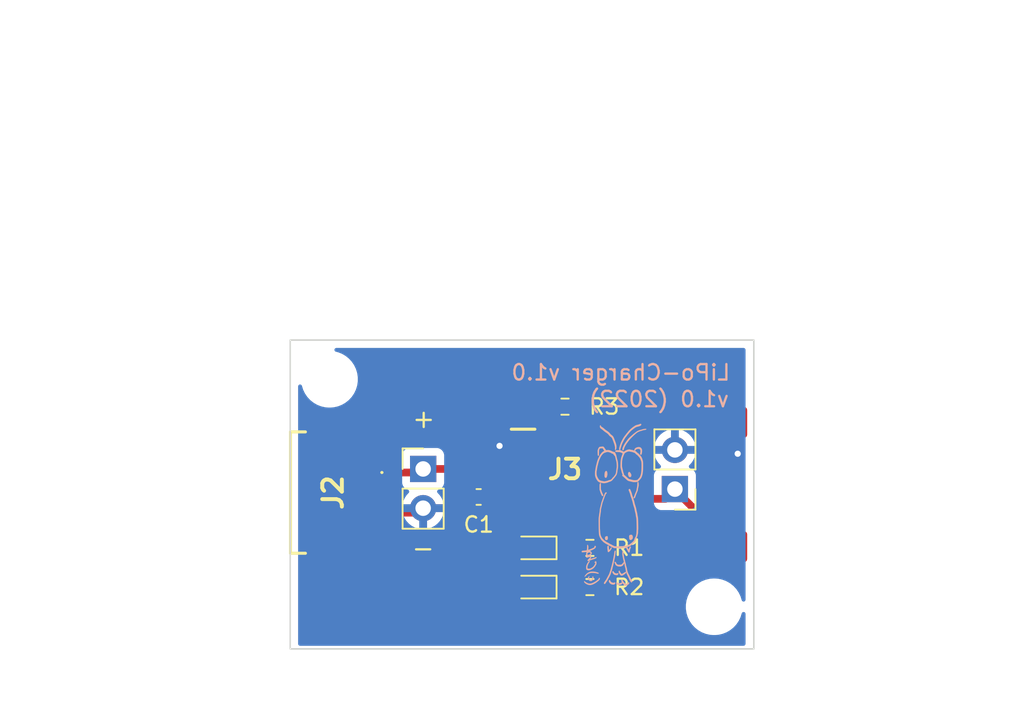
<source format=kicad_pcb>
(kicad_pcb (version 20221018) (generator pcbnew)
  (layers (0 "F.Cu" signal) (31 "B.Cu" signal) (34 "B.Paste" user) (35 "F.Paste" user) (36 "B.SilkS" user "B.Silkscreen") (37 "F.SilkS" user "F.Silkscreen") (38 "B.Mask" user) (39 "F.Mask" user) (44 "Edge.Cuts" user))
  (net 0 "")
  (net 1 "Net-(D1-Pad1)")
  (net 2 "+5V")
  (net 3 "Net-(D2-Pad1)")
  (net 4 "GND")
  (net 8 "Net-(J3-Pad7)")
  (net 9 "Net-(J3-Pad6)")
  (net 10 "Net-(J3-Pad2)")
  (net 11 "/BAT+")
  (footprint "Connector_PinHeader_2.54mm:PinHeader_1x02_P2.54mm_Vertical" (layer "F.Cu") (at 93.472 42.672 180)
    (fp_text reference "J4" hide)
    (fp_text value "aux bat")
    (pad "1" thru_hole rect (at 0 0 180) (size 1.7 1.7) (drill 1) (layers "*.Cu" "*.Mask") (net 11 "/BAT+"))
    (pad "2" thru_hole oval (at 0 2.54 180) (size 1.7 1.7) (drill 1) (layers "*.Cu" "*.Mask") (net 4 "GND"))
  )
  (footprint "Connector_Wire:SolderWirePad_1x01_SMD_2x3mm" (layer "F.Cu") (at 96.65 46.4 90)
    (fp_text reference "J5" hide)
    (fp_text value "Bat+")
    (pad "1" smd roundrect (at 0 0 90) (size 2 3) (layers "F.Cu" "F.Paste" "F.Mask") (roundrect_rratio 0.1) (net 11 "/BAT+"))
  )
  (footprint "Capacitor_SMD:C_0603_1608Metric" (layer "F.Cu") (at 80.772 43.18 180)
    (fp_text reference "C1" (at 0 -1.791 180) (layer "F.SilkS"))
    (fp_text value "10uF" hide)
    (pad "1" smd roundrect (at -0.775 0 180) (size 0.9 0.95) (layers "F.Cu" "F.Paste" "F.Mask") (net 2 "+5V"))
    (pad "2" smd roundrect (at 0.775 0 180) (size 0.9 0.95) (layers "F.Cu" "F.Paste" "F.Mask") (net 4 "GND"))
  )
  (footprint "Resistor_SMD:R_0603_1608Metric" (layer "F.Cu") (at 87.9725 46.477)
    (fp_text reference "R1" (at 2.54 0) (layer "F.SilkS"))
    (fp_text value "1k" hide)
    (pad "1" smd roundrect (at -0.825 0) (size 0.8 0.95) (layers "F.Cu" "F.Paste" "F.Mask") (net 1 "Net-(D1-Pad1)"))
    (pad "2" smd roundrect (at 0.825 0) (size 0.8 0.95) (layers "F.Cu" "F.Paste" "F.Mask") (net 8 "Net-(J3-Pad7)"))
  )
  (footprint "MountingHole:MountingHole_3mm" (layer "F.Cu") (at 96.012 50.292)
    (fp_text reference "" hide)
    (fp_text value "MountingHole_3mm" hide)
    (pad "" np_thru_hole circle (at 0 0) (size 3 3) (drill 3) (layers "*.Cu" "*.Mask"))
    (pad "" np_thru_hole circle (at 0 0) (size 3 3) (drill 3) (layers "*.Cu" "*.Mask"))
  )
  (footprint "Chof747 Footprints:101181920002LF" (layer "F.Cu") (at 71.12 42.896 -90)
    (fp_text reference "J2" (at 0 -0.225 -90) (layer "F.SilkS") (effects (font (size 1.27 1.27) (thickness 0.254))))
    (fp_text value "usb" hide)
    (pad "1" smd rect (at -1.3 -2.3 270) (size 0.4 1.35) (layers "F.Cu" "F.Paste" "F.Mask") (net 2 "+5V"))
    (pad "2" smd rect (at -0.65 -2.3 270) (size 0.4 1.35) (layers "F.Cu" "F.Paste" "F.Mask"))
    (pad "3" smd rect (at 0 -2.3 270) (size 0.4 1.35) (layers "F.Cu" "F.Paste" "F.Mask"))
    (pad "4" smd rect (at 0.65 -2.3 270) (size 0.4 1.35) (layers "F.Cu" "F.Paste" "F.Mask"))
    (pad "5" smd rect (at 1.3 -2.3 270) (size 0.4 1.35) (layers "F.Cu" "F.Paste" "F.Mask") (net 4 "GND"))
    (pad "MP1" smd rect (at -3.1 -2.175) (size 1.6 2.1) (layers "F.Cu" "F.Paste" "F.Mask"))
    (pad "MP2" smd rect (at 3.1 -2.175) (size 1.6 2.1) (layers "F.Cu" "F.Paste" "F.Mask"))
    (pad "MP3" smd rect (at -3.8 0.375 270) (size 1.8 1.9) (layers "F.Cu" "F.Paste" "F.Mask"))
    (pad "MP4" smd rect (at -1.2 0.375 270) (size 1.9 1.9) (layers "F.Cu" "F.Paste" "F.Mask"))
    (pad "MP5" smd rect (at 1.2 0.375 270) (size 1.9 1.9) (layers "F.Cu" "F.Paste" "F.Mask"))
    (pad "MP6" smd rect (at 3.8 0.375 270) (size 1.8 1.9) (layers "F.Cu" "F.Paste" "F.Mask"))
  )
  (footprint "Connector_Wire:SolderWirePad_1x01_SMD_2x3mm" (layer "F.Cu") (at 96.65 38.349 90)
    (fp_text reference "J6" hide)
    (fp_text value "Bat-")
    (pad "1" smd roundrect (at 0 0 90) (size 2 3) (layers "F.Cu" "F.Paste" "F.Mask") (roundrect_rratio 0.1) (net 4 "GND"))
  )
  (footprint "" (layer "F.Cu") (at 71.12 35.56)
    (fp_text reference "" (at 0 0) (layer "F.SilkS") (effects (font (size 1.27 1.27))))
    (fp_text value "" (at 0 0) (layer "F.SilkS") (effects (font (size 1.27 1.27))))
    (pad "" np_thru_hole circle (at 0 0) (size 3 3) (drill 3) (layers "*.Cu" "*.Mask"))
  )
  (footprint "footprints:SOP-8-Tiny Package" (layer "F.Cu") (at 86.36 41.397)
    (fp_text reference "J3" (at 0 0) (layer "F.SilkS") (effects (font (size 1.27 1.27) (thickness 0.254))))
    (fp_text value "TP4056" hide)
    (pad "1" smd rect (at -2.712 -1.905 90) (size 0.7 1.525) (layers "F.Cu" "F.Paste" "F.Mask") (net 4 "GND"))
    (pad "2" smd rect (at -2.712 -0.635 90) (size 0.7 1.525) (layers "F.Cu" "F.Paste" "F.Mask") (net 10 "Net-(J3-Pad2)"))
    (pad "3" smd rect (at -2.712 0.635 90) (size 0.7 1.525) (layers "F.Cu" "F.Paste" "F.Mask") (net 4 "GND"))
    (pad "4" smd rect (at -2.712 1.905 90) (size 0.7 1.525) (layers "F.Cu" "F.Paste" "F.Mask") (net 2 "+5V"))
    (pad "5" smd rect (at 2.712 1.905 90) (size 0.7 1.525) (layers "F.Cu" "F.Paste" "F.Mask") (net 11 "/BAT+"))
    (pad "6" smd rect (at 2.712 0.635 90) (size 0.7 1.525) (layers "F.Cu" "F.Paste" "F.Mask") (net 9 "Net-(J3-Pad6)"))
    (pad "7" smd rect (at 2.712 -0.635 90) (size 0.7 1.525) (layers "F.Cu" "F.Paste" "F.Mask") (net 8 "Net-(J3-Pad7)"))
    (pad "8" smd rect (at 2.712 -1.905 90) (size 0.7 1.525) (layers "F.Cu" "F.Paste" "F.Mask") (net 2 "+5V"))
  )
  (footprint "Connector_PinHeader_2.54mm:PinHeader_1x02_P2.54mm_Vertical" (layer "F.Cu") (at 77.18 41.367)
    (fp_text reference "J1" hide)
    (fp_text value "aux pwr")
    (pad "1" thru_hole rect (at 0 0) (size 1.7 1.7) (drill 1) (layers "*.Cu" "*.Mask") (net 2 "+5V"))
    (pad "2" thru_hole oval (at 0 2.54) (size 1.7 1.7) (drill 1) (layers "*.Cu" "*.Mask") (net 4 "GND"))
  )
  (footprint "LED_SMD:LED_0603_1608Metric" (layer "F.Cu") (at 84.328 46.477 180)
    (fp_text reference "D1" hide)
    (fp_text value "CHRG")
    (pad "1" smd roundrect (at -0.7875 0 180) (size 0.875 0.95) (layers "F.Cu" "F.Paste" "F.Mask") (net 1 "Net-(D1-Pad1)"))
    (pad "2" smd roundrect (at 0.7875 0 180) (size 0.875 0.95) (layers "F.Cu" "F.Paste" "F.Mask") (net 2 "+5V"))
  )
  (footprint "LED_SMD:LED_0603_1608Metric" (layer "F.Cu") (at 84.328 49.017 180)
    (fp_text reference "D2" hide)
    (fp_text value "STBY")
    (pad "1" smd roundrect (at -0.7875 0 180) (size 0.875 0.95) (layers "F.Cu" "F.Paste" "F.Mask") (net 3 "Net-(D2-Pad1)"))
    (pad "2" smd roundrect (at 0.7875 0 180) (size 0.875 0.95) (layers "F.Cu" "F.Paste" "F.Mask") (net 2 "+5V"))
  )
  (footprint "Resistor_SMD:R_0603_1608Metric" (layer "F.Cu") (at 86.36 37.333 180)
    (fp_text reference "R3" (at -2.54 0) (layer "F.SilkS"))
    (fp_text value "1k" hide)
    (pad "1" smd roundrect (at -0.825 0 180) (size 0.8 0.95) (layers "F.Cu" "F.Paste" "F.Mask") (net 10 "Net-(J3-Pad2)"))
    (pad "2" smd roundrect (at 0.825 0 180) (size 0.8 0.95) (layers "F.Cu" "F.Paste" "F.Mask") (net 4 "GND"))
  )
  (footprint "Resistor_SMD:R_0603_1608Metric" (layer "F.Cu") (at 87.9725 49.017)
    (fp_text reference "R2" (at 2.54 0) (layer "F.SilkS"))
    (fp_text value "1k" hide)
    (pad "1" smd roundrect (at -0.825 0) (size 0.8 0.95) (layers "F.Cu" "F.Paste" "F.Mask") (net 3 "Net-(D2-Pad1)"))
    (pad "2" smd roundrect (at 0.825 0) (size 0.8 0.95) (layers "F.Cu" "F.Paste" "F.Mask") (net 9 "Net-(J3-Pad6)"))
  )
  (footprint "LOGO" (layer "B.Cu") (at 89.700829 43.968658 180)
    (fp_text reference "G***" hide)
    (fp_text value "LOGO" hide)
  )
  (gr_rect (start 68.58 33.02) (end 98.58 53.02) (stroke (width 0.1)) (fill none) (layer "Edge.Cuts"))
  (gr_text " v1.0 (2022)" (at 97.82 36.85) (layer "B.SilkS") (effects (font (size 1 1)) (justify left mirror)))
  (gr_text "LiPo-Charger v1.0" (at 97.14 35.12) (layer "B.SilkS") (effects (font (size 1 1)) (justify left mirror)))
  (gr_text "+" (at 77.216 38.1) (layer "F.SilkS") (effects (font (size 1.2 1.2))))
  (gr_text "-" (at 77.18 46.482) (layer "F.SilkS") (effects (font (size 1.2 1.2))))
  (segment (start 87.1475 46.477) (end 84.645 46.477) (width 0.25) (layer "F.Cu") (net 1))
  (segment (start 76.997 41.367) (end 76.708 41.656) (width 0.5) (layer "F.Cu") (net 2))
  (segment (start 79.734 41.367) (end 81.547 43.18) (width 0.5) (layer "F.Cu") (net 2))
  (segment (start 84.389522 43.302) (end 83.648 43.302) (width 0.25) (layer "F.Cu") (net 2))
  (segment (start 76.648 41.596) (end 73.52 41.596) (width 0.5) (layer "F.Cu") (net 2))
  (segment (start 77.18 41.367) (end 79.734 41.367) (width 0.5) (layer "F.Cu") (net 2))
  (segment (start 76.708 41.656) (end 76.648 41.596) (width 0.5) (layer "F.Cu") (net 2))
  (segment (start 83.5405 46.477) (end 83.5405 49.017) (width 0.25) (layer "F.Cu") (net 2))
  (segment (start 83.648 46.3695) (end 83.648 43.302) (width 0.25) (layer "F.Cu") (net 2))
  (segment (start 83.5405 46.477) (end 83.648 46.3695) (width 0.25) (layer "F.Cu") (net 2))
  (segment (start 83.526 43.18) (end 83.648 43.302) (width 0.5) (layer "F.Cu") (net 2))
  (segment (start 77.18 41.367) (end 76.997 41.367) (width 0.5) (layer "F.Cu") (net 2))
  (segment (start 81.547 43.18) (end 83.526 43.18) (width 0.5) (layer "F.Cu") (net 2))
  (segment (start 89.072 39.492) (end 88.199522 39.492) (width 0.25) (layer "F.Cu") (net 2))
  (segment (start 88.199522 39.492) (end 84.389522 43.302) (width 0.25) (layer "F.Cu") (net 2))
  (segment (start 87.1475 49.017) (end 85.1155 49.017) (width 0.25) (layer "F.Cu") (net 3))
  (segment (start 82.124 39.873) (end 82.505 39.492) (width 0.5) (layer "F.Cu") (net 4))
  (segment (start 97.536 40.381) (end 97.536 38.349) (width 0.5) (layer "F.Cu") (net 4))
  (segment (start 85.535 38.158) (end 84.201 39.492) (width 0.25) (layer "F.Cu") (net 4))
  (segment (start 79.27 43.907) (end 79.997 43.18) (width 0.5) (layer "F.Cu") (net 4))
  (segment (start 77.18 43.907) (end 79.27 43.907) (width 0.5) (layer "F.Cu") (net 4))
  (segment (start 83.648 42.032) (end 82.906478 42.032) (width 0.5) (layer "F.Cu") (net 4))
  (segment (start 82.906478 42.032) (end 82.124 41.249522) (width 0.5) (layer "F.Cu") (net 4))
  (segment (start 77.18 43.907) (end 76.891 44.196) (width 0.5) (layer "F.Cu") (net 4))
  (segment (start 76.891 44.196) (end 73.52 44.196) (width 0.5) (layer "F.Cu") (net 4))
  (segment (start 82.677 39.492) (end 83.648 39.492) (width 0.5) (layer "F.Cu") (net 4))
  (segment (start 82.505 39.492) (end 83.013 39.492) (width 0.5) (layer "F.Cu") (net 4))
  (segment (start 85.535 37.333) (end 85.535 38.158) (width 0.25) (layer "F.Cu") (net 4))
  (segment (start 82.124 41.249522) (end 82.124 39.873) (width 0.5) (layer "F.Cu") (net 4))
  (segment (start 84.201 39.492) (end 83.648 39.492) (width 0.25) (layer "F.Cu") (net 4))
  (via (at 82.124 39.873) (size 0.8) (drill 0.4) (layers "F.Cu" "B.Cu") (net 4))
  (via (at 97.536 40.381) (size 0.8) (drill 0.4) (layers "F.Cu" "B.Cu") (net 4))
  (segment (start 86.868 41.905) (end 88.011 40.762) (width 0.25) (layer "F.Cu") (net 8))
  (segment (start 86.868 44.8645) (end 86.868 41.905) (width 0.25) (layer "F.Cu") (net 8))
  (segment (start 88.7975 46.477) (end 88.4805 46.477) (width 0.25) (layer "F.Cu") (net 8))
  (segment (start 88.4805 46.477) (end 86.868 44.8645) (width 0.25) (layer "F.Cu") (net 8))
  (segment (start 88.011 40.762) (end 89.072 40.762) (width 0.25) (layer "F.Cu") (net 8))
  (segment (start 87.376 42.921) (end 88.265 42.032) (width 0.25) (layer "F.Cu") (net 9))
  (segment (start 89.916 45.969) (end 87.376 43.429) (width 0.25) (layer "F.Cu") (net 9))
  (segment (start 89.916 47.8985) (end 88.7975 49.017) (width 0.25) (layer "F.Cu") (net 9))
  (segment (start 87.376 43.429) (end 87.376 42.921) (width 0.25) (layer "F.Cu") (net 9))
  (segment (start 88.265 42.032) (end 89.072 42.032) (width 0.25) (layer "F.Cu") (net 9))
  (segment (start 89.916 45.969) (end 89.916 47.8985) (width 0.25) (layer "F.Cu") (net 9))
  (segment (start 83.648 40.762) (end 84.963 40.762) (width 0.25) (layer "F.Cu") (net 10))
  (segment (start 84.963 40.762) (end 87.185 38.54) (width 0.25) (layer "F.Cu") (net 10))
  (segment (start 87.185 38.54) (end 87.185 37.333) (width 0.25) (layer "F.Cu") (net 10))
  (segment (start 92.842 43.302) (end 93.472 42.672) (width 0.5) (layer "F.Cu") (net 11))
  (segment (start 93.472 42.714) (end 97.158 46.4) (width 0.5) (layer "F.Cu") (net 11))
  (segment (start 93.472 42.672) (end 93.472 42.714) (width 0.5) (layer "F.Cu") (net 11))
  (segment (start 89.072 43.302) (end 92.842 43.302) (width 0.5) (layer "F.Cu") (net 11))
  (zone (net 4) (net_name "GND") (layer "B.Cu") (name "Ground Pour") (connect_pads (clearance 0.508)) (min_thickness 0.254) (fill yes (thermal_gap 0.508) (thermal_bridge_width 0.508))
    (polygon (pts (xy 98.044 33.528) (xy 98.044 52.832) (xy 69.088 52.832) (xy 69.088 33.528)))
  )
)
</source>
